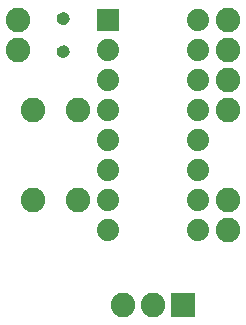
<source format=gts>
G75*
%MOIN*%
%OFA0B0*%
%FSLAX25Y25*%
%IPPOS*%
%LPD*%
%AMOC8*
5,1,8,0,0,1.08239X$1,22.5*
%
%ADD10C,0.08200*%
%ADD11R,0.07400X0.07400*%
%ADD12C,0.07400*%
%ADD13C,0.00500*%
%ADD14R,0.08200X0.08200*%
D10*
X0016800Y0059060D03*
X0031800Y0059060D03*
X0031800Y0089060D03*
X0016800Y0089060D03*
X0011800Y0109060D03*
X0011800Y0119060D03*
X0081800Y0119060D03*
X0081800Y0109060D03*
X0081800Y0099060D03*
X0081800Y0089060D03*
X0081800Y0059060D03*
X0081800Y0049060D03*
X0056800Y0024119D03*
X0046800Y0024119D03*
D11*
X0041800Y0119060D03*
D12*
X0041800Y0049060D03*
X0041800Y0059060D03*
X0041800Y0069060D03*
X0041800Y0079060D03*
X0041800Y0089060D03*
X0041800Y0099060D03*
X0041800Y0109060D03*
X0071800Y0109060D03*
X0071800Y0099060D03*
X0071800Y0089060D03*
X0071800Y0079060D03*
X0071800Y0069060D03*
X0071800Y0059060D03*
X0071800Y0049060D03*
X0071800Y0119060D03*
D13*
X0028580Y0119590D02*
X0028528Y0119197D01*
X0028391Y0118825D01*
X0028175Y0118493D01*
X0027890Y0118218D01*
X0027551Y0118012D01*
X0027174Y0117888D01*
X0026780Y0117850D01*
X0026396Y0117897D01*
X0026033Y0118027D01*
X0025708Y0118236D01*
X0025437Y0118511D01*
X0025234Y0118840D01*
X0025110Y0119206D01*
X0025070Y0119590D01*
X0025104Y0119971D01*
X0025222Y0120336D01*
X0025418Y0120665D01*
X0025682Y0120942D01*
X0026002Y0121153D01*
X0026360Y0121288D01*
X0026740Y0121340D01*
X0027140Y0121305D01*
X0027523Y0121182D01*
X0027869Y0120976D01*
X0028160Y0120699D01*
X0028382Y0120364D01*
X0028525Y0119988D01*
X0028580Y0119590D01*
X0028557Y0119417D02*
X0025088Y0119417D01*
X0025099Y0119915D02*
X0028535Y0119915D01*
X0028349Y0120414D02*
X0025268Y0120414D01*
X0025654Y0120912D02*
X0027936Y0120912D01*
X0028426Y0118918D02*
X0025207Y0118918D01*
X0025526Y0118420D02*
X0028099Y0118420D01*
X0027276Y0117921D02*
X0026328Y0117921D01*
X0026740Y0110320D02*
X0027140Y0110285D01*
X0027523Y0110162D01*
X0027869Y0109956D01*
X0028160Y0109679D01*
X0028382Y0109344D01*
X0028525Y0108968D01*
X0028580Y0108570D01*
X0028528Y0108177D01*
X0028391Y0107805D01*
X0028175Y0107473D01*
X0027890Y0107198D01*
X0027551Y0106992D01*
X0027174Y0106868D01*
X0026780Y0106830D01*
X0026396Y0106877D01*
X0026033Y0107007D01*
X0025708Y0107216D01*
X0025437Y0107491D01*
X0025234Y0107820D01*
X0025110Y0108186D01*
X0025070Y0108570D01*
X0025104Y0108951D01*
X0025222Y0109316D01*
X0025418Y0109645D01*
X0025682Y0109922D01*
X0026002Y0110133D01*
X0026360Y0110268D01*
X0026740Y0110320D01*
X0025717Y0109945D02*
X0027880Y0109945D01*
X0028314Y0109447D02*
X0025300Y0109447D01*
X0025103Y0108948D02*
X0028527Y0108948D01*
X0028564Y0108450D02*
X0025082Y0108450D01*
X0025189Y0107951D02*
X0028445Y0107951D01*
X0028154Y0107453D02*
X0025475Y0107453D01*
X0026181Y0106954D02*
X0027435Y0106954D01*
D14*
X0066800Y0024119D03*
M02*

</source>
